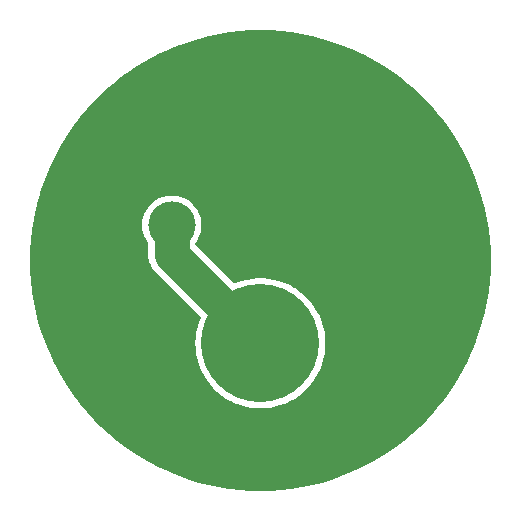
<source format=gbl>
%TF.GenerationSoftware,KiCad,Pcbnew,8.0.7*%
%TF.CreationDate,2024-12-04T21:27:37-06:00*%
%TF.ProjectId,b3,62332e6b-6963-4616-945f-706362585858,rev?*%
%TF.SameCoordinates,Original*%
%TF.FileFunction,Copper,L2,Bot*%
%TF.FilePolarity,Positive*%
%FSLAX46Y46*%
G04 Gerber Fmt 4.6, Leading zero omitted, Abs format (unit mm)*
G04 Created by KiCad (PCBNEW 8.0.7) date 2024-12-04 21:27:37*
%MOMM*%
%LPD*%
G01*
G04 APERTURE LIST*
%TA.AperFunction,ComponentPad*%
%ADD10C,0.600000*%
%TD*%
%TA.AperFunction,SMDPad,CuDef*%
%ADD11C,4.000000*%
%TD*%
%TA.AperFunction,SMDPad,CuDef*%
%ADD12C,10.000000*%
%TD*%
%TA.AperFunction,Conductor*%
%ADD13C,3.000000*%
%TD*%
G04 APERTURE END LIST*
D10*
%TO.P,T51,1*%
%TO.N,GND*%
X133978530Y-40750000D03*
%TD*%
%TO.P,T43,1*%
%TO.N,GND*%
X166021469Y-40750000D03*
%TD*%
%TO.P,T50,1*%
%TO.N,GND*%
X131500000Y-50000000D03*
%TD*%
%TO.P,T48,1*%
%TO.N,GND*%
X140500000Y-66021469D03*
%TD*%
%TO.P,T44,1*%
%TO.N,GND*%
X168500000Y-50000000D03*
%TD*%
%TO.P,T45,1*%
%TO.N,GND*%
X166021469Y-59250000D03*
%TD*%
%TO.P,T46,1*%
%TO.N,GND*%
X159500000Y-66021469D03*
%TD*%
%TO.P,T52,1*%
%TO.N,GND*%
X140750000Y-33978530D03*
%TD*%
%TO.P,T49,1*%
%TO.N,GND*%
X133978530Y-59250000D03*
%TD*%
%TO.P,T42,1*%
%TO.N,GND*%
X159250000Y-33978530D03*
%TD*%
D11*
%TO.P,REF\u002A\u002A,1*%
%TO.N,+3V0*%
X142500000Y-47000000D03*
%TD*%
D12*
%TO.P,+,1,1*%
%TO.N,+3V0*%
X150000000Y-57000000D03*
%TD*%
D11*
%TO.P,B2,1,1*%
%TO.N,+3V0*%
X150000000Y-57000000D03*
%TD*%
D13*
%TO.N,+3V0*%
X142500000Y-49500000D02*
X150000000Y-57000000D01*
X142500000Y-47000000D02*
X142500000Y-49500000D01*
%TD*%
%TA.AperFunction,Conductor*%
%TO.N,GND*%
G36*
X150872098Y-30520073D02*
G01*
X150877594Y-30520320D01*
X151745187Y-30578814D01*
X151750651Y-30579306D01*
X152614743Y-30676666D01*
X152620207Y-30677406D01*
X153479039Y-30813432D01*
X153484454Y-30814414D01*
X154336342Y-30988839D01*
X154341762Y-30990077D01*
X155184878Y-31202524D01*
X155190242Y-31204004D01*
X156023020Y-31454075D01*
X156028288Y-31455787D01*
X156849026Y-31742977D01*
X156854235Y-31744932D01*
X157661206Y-32068631D01*
X157666323Y-32070818D01*
X157713875Y-32092417D01*
X158457990Y-32430410D01*
X158462965Y-32432806D01*
X158696552Y-32551824D01*
X159237725Y-32827565D01*
X159242625Y-32830202D01*
X159998856Y-33259303D01*
X160003633Y-33262157D01*
X160739867Y-33724763D01*
X160744511Y-33727829D01*
X161459232Y-34222989D01*
X161463734Y-34226260D01*
X162155513Y-34752982D01*
X162159864Y-34756451D01*
X162827343Y-35313702D01*
X162831533Y-35317363D01*
X163473328Y-35903990D01*
X163477350Y-35907836D01*
X164092163Y-36522649D01*
X164096009Y-36526671D01*
X164682636Y-37168466D01*
X164686297Y-37172656D01*
X165243548Y-37840135D01*
X165247017Y-37844486D01*
X165773739Y-38536265D01*
X165777010Y-38540767D01*
X166272170Y-39255488D01*
X166275236Y-39260132D01*
X166737842Y-39996366D01*
X166740696Y-40001143D01*
X167169797Y-40757374D01*
X167172434Y-40762274D01*
X167567184Y-41537015D01*
X167569598Y-41542029D01*
X167929181Y-42333676D01*
X167931368Y-42338793D01*
X168255067Y-43145764D01*
X168257022Y-43150973D01*
X168544212Y-43971711D01*
X168545932Y-43977004D01*
X168795995Y-44809757D01*
X168797475Y-44815121D01*
X169009922Y-45658237D01*
X169011161Y-45663662D01*
X169185579Y-46515515D01*
X169186572Y-46520990D01*
X169322589Y-47379767D01*
X169323336Y-47385281D01*
X169420689Y-48249309D01*
X169421188Y-48254852D01*
X169479677Y-49122373D01*
X169479927Y-49127932D01*
X169499437Y-49997218D01*
X169499437Y-50002782D01*
X169479927Y-50872067D01*
X169479677Y-50877626D01*
X169421188Y-51745147D01*
X169420689Y-51750690D01*
X169323336Y-52614718D01*
X169322589Y-52620232D01*
X169186572Y-53479009D01*
X169185579Y-53484484D01*
X169011161Y-54336337D01*
X169009922Y-54341762D01*
X168797475Y-55184878D01*
X168795995Y-55190242D01*
X168545932Y-56022995D01*
X168544212Y-56028288D01*
X168257022Y-56849026D01*
X168255067Y-56854235D01*
X167931368Y-57661206D01*
X167929181Y-57666323D01*
X167569598Y-58457970D01*
X167567184Y-58462984D01*
X167172434Y-59237725D01*
X167169797Y-59242625D01*
X166740696Y-59998856D01*
X166737842Y-60003633D01*
X166275236Y-60739867D01*
X166272170Y-60744511D01*
X165777010Y-61459232D01*
X165773739Y-61463734D01*
X165247017Y-62155513D01*
X165243548Y-62159864D01*
X164686297Y-62827343D01*
X164682636Y-62831533D01*
X164096009Y-63473328D01*
X164092163Y-63477350D01*
X163477350Y-64092163D01*
X163473328Y-64096009D01*
X162831533Y-64682636D01*
X162827343Y-64686297D01*
X162159864Y-65243548D01*
X162155513Y-65247017D01*
X161463734Y-65773739D01*
X161459232Y-65777010D01*
X160744511Y-66272170D01*
X160739867Y-66275236D01*
X160003633Y-66737842D01*
X159998856Y-66740696D01*
X159242625Y-67169797D01*
X159237725Y-67172434D01*
X158462984Y-67567184D01*
X158457970Y-67569598D01*
X157666323Y-67929181D01*
X157661206Y-67931368D01*
X156854235Y-68255067D01*
X156849026Y-68257022D01*
X156028288Y-68544212D01*
X156022995Y-68545932D01*
X155190242Y-68795995D01*
X155184878Y-68797475D01*
X154341762Y-69009922D01*
X154336337Y-69011161D01*
X153484484Y-69185579D01*
X153479009Y-69186572D01*
X152620232Y-69322589D01*
X152614718Y-69323336D01*
X151750690Y-69420689D01*
X151745147Y-69421188D01*
X150877626Y-69479677D01*
X150872067Y-69479927D01*
X150002782Y-69499437D01*
X149997218Y-69499437D01*
X149127932Y-69479927D01*
X149122373Y-69479677D01*
X148254852Y-69421188D01*
X148249309Y-69420689D01*
X147385281Y-69323336D01*
X147379767Y-69322589D01*
X146520990Y-69186572D01*
X146515515Y-69185579D01*
X145663662Y-69011161D01*
X145658237Y-69009922D01*
X144815121Y-68797475D01*
X144809757Y-68795995D01*
X143977004Y-68545932D01*
X143971711Y-68544212D01*
X143150973Y-68257022D01*
X143145764Y-68255067D01*
X142338793Y-67931368D01*
X142333676Y-67929181D01*
X141542029Y-67569598D01*
X141537015Y-67567184D01*
X140762274Y-67172434D01*
X140757374Y-67169797D01*
X140001143Y-66740696D01*
X139996366Y-66737842D01*
X139260132Y-66275236D01*
X139255488Y-66272170D01*
X138540767Y-65777010D01*
X138536265Y-65773739D01*
X137844486Y-65247017D01*
X137840135Y-65243548D01*
X137172656Y-64686297D01*
X137168466Y-64682636D01*
X136526671Y-64096009D01*
X136522649Y-64092163D01*
X135907836Y-63477350D01*
X135903990Y-63473328D01*
X135317363Y-62831533D01*
X135313702Y-62827343D01*
X134756451Y-62159864D01*
X134752982Y-62155513D01*
X134717153Y-62108457D01*
X134570588Y-61915963D01*
X134226260Y-61463734D01*
X134222989Y-61459232D01*
X133727829Y-60744511D01*
X133724763Y-60739867D01*
X133262157Y-60003633D01*
X133259303Y-59998856D01*
X132830202Y-59242625D01*
X132827565Y-59237725D01*
X132766950Y-59118762D01*
X132432806Y-58462965D01*
X132430410Y-58457990D01*
X132070818Y-57666323D01*
X132068631Y-57661206D01*
X131744932Y-56854235D01*
X131742977Y-56849026D01*
X131455787Y-56028288D01*
X131454075Y-56023020D01*
X131204004Y-55190242D01*
X131202524Y-55184878D01*
X130990077Y-54341762D01*
X130988838Y-54336337D01*
X130840197Y-53610376D01*
X130814414Y-53484454D01*
X130813432Y-53479039D01*
X130677406Y-52620207D01*
X130676666Y-52614743D01*
X130579306Y-51750651D01*
X130578814Y-51745187D01*
X130520320Y-50877594D01*
X130520073Y-50872098D01*
X130500562Y-50002762D01*
X130500562Y-49997218D01*
X130520073Y-49127899D01*
X130520320Y-49122407D01*
X130578814Y-48254808D01*
X130579306Y-48249352D01*
X130676667Y-47385250D01*
X130677405Y-47379798D01*
X130737560Y-46999994D01*
X139994556Y-46999994D01*
X139994556Y-47000005D01*
X140014310Y-47314004D01*
X140014311Y-47314011D01*
X140073270Y-47623083D01*
X140170497Y-47922316D01*
X140170499Y-47922321D01*
X140304460Y-48207002D01*
X140304462Y-48207005D01*
X140304463Y-48207007D01*
X140473053Y-48472663D01*
X140473055Y-48472665D01*
X140473065Y-48472681D01*
X140475348Y-48475823D01*
X140473877Y-48476891D01*
X140498597Y-48534333D01*
X140499500Y-48549274D01*
X140499500Y-49631127D01*
X140516615Y-49761118D01*
X140516615Y-49761119D01*
X140533728Y-49891112D01*
X140562905Y-50000000D01*
X140601602Y-50144419D01*
X140701951Y-50386685D01*
X140701958Y-50386700D01*
X140833073Y-50613798D01*
X140833076Y-50613803D01*
X140902388Y-50704131D01*
X140992715Y-50821849D01*
X140992721Y-50821856D01*
X144902388Y-54731522D01*
X144935873Y-54792845D01*
X144930889Y-54862537D01*
X144929765Y-54865437D01*
X144809027Y-55165904D01*
X144809025Y-55165909D01*
X144672186Y-55612736D01*
X144672184Y-55612744D01*
X144573730Y-56069573D01*
X144514370Y-56533117D01*
X144494539Y-56999993D01*
X144494539Y-57000006D01*
X144514370Y-57466882D01*
X144573730Y-57930426D01*
X144672184Y-58387255D01*
X144672186Y-58387263D01*
X144809025Y-58834090D01*
X144809027Y-58834095D01*
X144983262Y-59267695D01*
X144983266Y-59267706D01*
X145193645Y-59684967D01*
X145193655Y-59684985D01*
X145438672Y-60082919D01*
X145438675Y-60082923D01*
X145716557Y-60458645D01*
X145716563Y-60458653D01*
X146025297Y-60809440D01*
X146025310Y-60809453D01*
X146362677Y-61132794D01*
X146362681Y-61132797D01*
X146726270Y-61426375D01*
X147113447Y-61688060D01*
X147294768Y-61789352D01*
X147521411Y-61915963D01*
X147521433Y-61915974D01*
X147947247Y-62108455D01*
X147947252Y-62108457D01*
X148092749Y-62159864D01*
X148387876Y-62264139D01*
X148840113Y-62381892D01*
X149300708Y-62460869D01*
X149444850Y-62473137D01*
X149766323Y-62500499D01*
X149766340Y-62500499D01*
X149766342Y-62500500D01*
X149766343Y-62500500D01*
X150233657Y-62500500D01*
X150233658Y-62500500D01*
X150233659Y-62500499D01*
X150233676Y-62500499D01*
X150510812Y-62476910D01*
X150699292Y-62460869D01*
X151159887Y-62381892D01*
X151612124Y-62264139D01*
X152052747Y-62108457D01*
X152052752Y-62108455D01*
X152478566Y-61915974D01*
X152478568Y-61915972D01*
X152478579Y-61915968D01*
X152886553Y-61688060D01*
X153273730Y-61426375D01*
X153637319Y-61132797D01*
X153974701Y-60809442D01*
X154152296Y-60607655D01*
X154283436Y-60458653D01*
X154283442Y-60458645D01*
X154283446Y-60458641D01*
X154561328Y-60082919D01*
X154806345Y-59684985D01*
X155016733Y-59267706D01*
X155190975Y-58834088D01*
X155327816Y-58387255D01*
X155426270Y-57930427D01*
X155485628Y-57466896D01*
X155500876Y-57107949D01*
X155505461Y-57000006D01*
X155505461Y-56999993D01*
X155485629Y-56533117D01*
X155485628Y-56533111D01*
X155485628Y-56533104D01*
X155426270Y-56069573D01*
X155327816Y-55612745D01*
X155190975Y-55165912D01*
X155016733Y-54732294D01*
X155016733Y-54732293D01*
X154806354Y-54315032D01*
X154806343Y-54315012D01*
X154561328Y-53917081D01*
X154283446Y-53541359D01*
X154283442Y-53541354D01*
X154283436Y-53541346D01*
X153974702Y-53190559D01*
X153974689Y-53190546D01*
X153637322Y-52867205D01*
X153447561Y-52713984D01*
X153273730Y-52573625D01*
X152886553Y-52311940D01*
X152875835Y-52305953D01*
X152478588Y-52084036D01*
X152478566Y-52084025D01*
X152052752Y-51891544D01*
X152052747Y-51891542D01*
X151612119Y-51735859D01*
X151159885Y-51618107D01*
X150699302Y-51539132D01*
X150699276Y-51539129D01*
X150233676Y-51499500D01*
X150233658Y-51499500D01*
X149766342Y-51499500D01*
X149766323Y-51499500D01*
X149300723Y-51539129D01*
X149300697Y-51539132D01*
X148840114Y-51618107D01*
X148387880Y-51735859D01*
X147947246Y-51891545D01*
X147869341Y-51926761D01*
X147800145Y-51936438D01*
X147736701Y-51907168D01*
X147730584Y-51901450D01*
X144536819Y-48707685D01*
X144503334Y-48646362D01*
X144500500Y-48620004D01*
X144500500Y-48549274D01*
X144520185Y-48482235D01*
X144524797Y-48475928D01*
X144524652Y-48475823D01*
X144526934Y-48472681D01*
X144526940Y-48472671D01*
X144526947Y-48472663D01*
X144695537Y-48207007D01*
X144829503Y-47922315D01*
X144926731Y-47623079D01*
X144985688Y-47314015D01*
X145005444Y-47000000D01*
X144985688Y-46685985D01*
X144926731Y-46376921D01*
X144829503Y-46077685D01*
X144695537Y-45792993D01*
X144611742Y-45660953D01*
X144526948Y-45527338D01*
X144526945Y-45527334D01*
X144326393Y-45284909D01*
X144326391Y-45284907D01*
X144097031Y-45069523D01*
X144097021Y-45069515D01*
X143842495Y-44884591D01*
X143842488Y-44884586D01*
X143842484Y-44884584D01*
X143566766Y-44733006D01*
X143566763Y-44733004D01*
X143566758Y-44733002D01*
X143566757Y-44733001D01*
X143274228Y-44617181D01*
X143274225Y-44617180D01*
X142969476Y-44538934D01*
X142969463Y-44538932D01*
X142657329Y-44499500D01*
X142657318Y-44499500D01*
X142342682Y-44499500D01*
X142342670Y-44499500D01*
X142030536Y-44538932D01*
X142030523Y-44538934D01*
X141725774Y-44617180D01*
X141725771Y-44617181D01*
X141433242Y-44733001D01*
X141433241Y-44733002D01*
X141157516Y-44884584D01*
X141157504Y-44884591D01*
X140902978Y-45069515D01*
X140902968Y-45069523D01*
X140673608Y-45284907D01*
X140673606Y-45284909D01*
X140473054Y-45527334D01*
X140473051Y-45527338D01*
X140304464Y-45792990D01*
X140304461Y-45792996D01*
X140170499Y-46077678D01*
X140170497Y-46077683D01*
X140073270Y-46376916D01*
X140014311Y-46685988D01*
X140014310Y-46685995D01*
X139994556Y-46999994D01*
X130737560Y-46999994D01*
X130813433Y-46520952D01*
X130814413Y-46515553D01*
X130988841Y-45663648D01*
X130990077Y-45658237D01*
X131084149Y-45284906D01*
X131202525Y-44815114D01*
X131204004Y-44809757D01*
X131227051Y-44733006D01*
X131454079Y-43976966D01*
X131455787Y-43971711D01*
X131742977Y-43150973D01*
X131744932Y-43145764D01*
X131846704Y-42892051D01*
X132068632Y-42338789D01*
X132070818Y-42333676D01*
X132200480Y-42048216D01*
X132430418Y-41541992D01*
X132432797Y-41537051D01*
X132827572Y-40762259D01*
X132830202Y-40757374D01*
X133027953Y-40408866D01*
X133259317Y-40001119D01*
X133262142Y-39996390D01*
X133724776Y-39260111D01*
X133727815Y-39255508D01*
X134222994Y-38540759D01*
X134226260Y-38536265D01*
X134562669Y-38094437D01*
X134753001Y-37844461D01*
X134756431Y-37840159D01*
X135313726Y-37172628D01*
X135317339Y-37168493D01*
X135904011Y-36526648D01*
X135907814Y-36522671D01*
X136522671Y-35907814D01*
X136526648Y-35904011D01*
X137168493Y-35317339D01*
X137172628Y-35313726D01*
X137840159Y-34756431D01*
X137844461Y-34753001D01*
X138536272Y-34226254D01*
X138540767Y-34222989D01*
X138673476Y-34131048D01*
X139255508Y-33727815D01*
X139260111Y-33724776D01*
X139996390Y-33262142D01*
X140001119Y-33259317D01*
X140757388Y-32830194D01*
X140762259Y-32827572D01*
X141537051Y-32432797D01*
X141541992Y-32430418D01*
X142333679Y-32070816D01*
X142338793Y-32068631D01*
X143145764Y-31744932D01*
X143150973Y-31742977D01*
X143971711Y-31455787D01*
X143976966Y-31454079D01*
X144809763Y-31204002D01*
X144815114Y-31202525D01*
X145658252Y-30990073D01*
X145663648Y-30988841D01*
X146515553Y-30814413D01*
X146520952Y-30813433D01*
X147379798Y-30677405D01*
X147385250Y-30676667D01*
X148249352Y-30579306D01*
X148254808Y-30578814D01*
X149122407Y-30520320D01*
X149127899Y-30520073D01*
X149997238Y-30500562D01*
X150002762Y-30500562D01*
X150872098Y-30520073D01*
G37*
%TD.AperFunction*%
%TD*%
M02*

</source>
